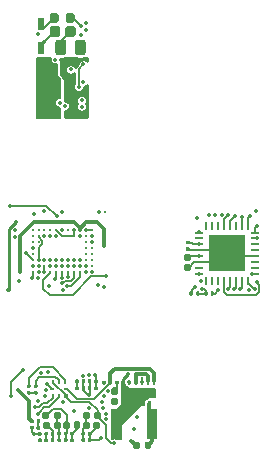
<source format=gbr>
G04 #@! TF.GenerationSoftware,KiCad,Pcbnew,(5.1.6)-1*
G04 #@! TF.CreationDate,2021-01-05T14:36:29-08:00*
G04 #@! TF.ProjectId,Miniscope-v4-Rigid-Flex,4d696e69-7363-46f7-9065-2d76342d5269,rev?*
G04 #@! TF.SameCoordinates,Original*
G04 #@! TF.FileFunction,Copper,L6,Bot*
G04 #@! TF.FilePolarity,Positive*
%FSLAX46Y46*%
G04 Gerber Fmt 4.6, Leading zero omitted, Abs format (unit mm)*
G04 Created by KiCad (PCBNEW (5.1.6)-1) date 2021-01-05 14:36:29*
%MOMM*%
%LPD*%
G01*
G04 APERTURE LIST*
G04 #@! TA.AperFunction,SMDPad,CuDef*
%ADD10R,0.450000X1.500000*%
G04 #@! TD*
G04 #@! TA.AperFunction,SMDPad,CuDef*
%ADD11R,0.870000X2.620000*%
G04 #@! TD*
G04 #@! TA.AperFunction,SMDPad,CuDef*
%ADD12R,0.270000X0.740000*%
G04 #@! TD*
G04 #@! TA.AperFunction,SMDPad,CuDef*
%ADD13R,0.270000X0.820000*%
G04 #@! TD*
G04 #@! TA.AperFunction,SMDPad,CuDef*
%ADD14R,0.220000X0.400000*%
G04 #@! TD*
G04 #@! TA.AperFunction,SMDPad,CuDef*
%ADD15R,0.320000X0.400000*%
G04 #@! TD*
G04 #@! TA.AperFunction,SMDPad,CuDef*
%ADD16R,0.400000X0.220000*%
G04 #@! TD*
G04 #@! TA.AperFunction,SMDPad,CuDef*
%ADD17C,0.250000*%
G04 #@! TD*
G04 #@! TA.AperFunction,SMDPad,CuDef*
%ADD18R,3.100000X3.100000*%
G04 #@! TD*
G04 #@! TA.AperFunction,SMDPad,CuDef*
%ADD19R,0.260000X0.680000*%
G04 #@! TD*
G04 #@! TA.AperFunction,SMDPad,CuDef*
%ADD20R,0.680000X0.260000*%
G04 #@! TD*
G04 #@! TA.AperFunction,SMDPad,CuDef*
%ADD21R,0.540000X1.060000*%
G04 #@! TD*
G04 #@! TA.AperFunction,ViaPad*
%ADD22C,0.350000*%
G04 #@! TD*
G04 #@! TA.AperFunction,ViaPad*
%ADD23C,0.300000*%
G04 #@! TD*
G04 #@! TA.AperFunction,Conductor*
%ADD24C,0.152400*%
G04 #@! TD*
G04 #@! TA.AperFunction,Conductor*
%ADD25C,0.304800*%
G04 #@! TD*
G04 #@! TA.AperFunction,Conductor*
%ADD26C,0.203200*%
G04 #@! TD*
G04 #@! TA.AperFunction,Conductor*
%ADD27C,0.254000*%
G04 #@! TD*
G04 #@! TA.AperFunction,Conductor*
%ADD28C,0.101600*%
G04 #@! TD*
G04 APERTURE END LIST*
D10*
X103400000Y-99750000D03*
X104100000Y-99750000D03*
G04 #@! TA.AperFunction,SMDPad,CuDef*
G36*
G01*
X114811200Y-116945500D02*
X114811200Y-117130500D01*
G75*
G02*
X114733700Y-117208000I-77500J0D01*
G01*
X114578700Y-117208000D01*
G75*
G02*
X114501200Y-117130500I0J77500D01*
G01*
X114501200Y-116945500D01*
G75*
G02*
X114578700Y-116868000I77500J0D01*
G01*
X114733700Y-116868000D01*
G75*
G02*
X114811200Y-116945500I0J-77500D01*
G01*
G37*
G04 #@! TD.AperFunction*
G04 #@! TA.AperFunction,SMDPad,CuDef*
G36*
G01*
X115361200Y-116945500D02*
X115361200Y-117130500D01*
G75*
G02*
X115283700Y-117208000I-77500J0D01*
G01*
X115128700Y-117208000D01*
G75*
G02*
X115051200Y-117130500I0J77500D01*
G01*
X115051200Y-116945500D01*
G75*
G02*
X115128700Y-116868000I77500J0D01*
G01*
X115283700Y-116868000D01*
G75*
G02*
X115361200Y-116945500I0J-77500D01*
G01*
G37*
G04 #@! TD.AperFunction*
G04 #@! TA.AperFunction,SMDPad,CuDef*
G36*
G01*
X116295800Y-117130500D02*
X116295800Y-116945500D01*
G75*
G02*
X116373300Y-116868000I77500J0D01*
G01*
X116528300Y-116868000D01*
G75*
G02*
X116605800Y-116945500I0J-77500D01*
G01*
X116605800Y-117130500D01*
G75*
G02*
X116528300Y-117208000I-77500J0D01*
G01*
X116373300Y-117208000D01*
G75*
G02*
X116295800Y-117130500I0J77500D01*
G01*
G37*
G04 #@! TD.AperFunction*
G04 #@! TA.AperFunction,SMDPad,CuDef*
G36*
G01*
X115745800Y-117130500D02*
X115745800Y-116945500D01*
G75*
G02*
X115823300Y-116868000I77500J0D01*
G01*
X115978300Y-116868000D01*
G75*
G02*
X116055800Y-116945500I0J-77500D01*
G01*
X116055800Y-117130500D01*
G75*
G02*
X115978300Y-117208000I-77500J0D01*
G01*
X115823300Y-117208000D01*
G75*
G02*
X115745800Y-117130500I0J77500D01*
G01*
G37*
G04 #@! TD.AperFunction*
G04 #@! TA.AperFunction,SMDPad,CuDef*
G36*
G01*
X101567800Y-128501700D02*
X101567800Y-128316700D01*
G75*
G02*
X101645300Y-128239200I77500J0D01*
G01*
X101800300Y-128239200D01*
G75*
G02*
X101877800Y-128316700I0J-77500D01*
G01*
X101877800Y-128501700D01*
G75*
G02*
X101800300Y-128579200I-77500J0D01*
G01*
X101645300Y-128579200D01*
G75*
G02*
X101567800Y-128501700I0J77500D01*
G01*
G37*
G04 #@! TD.AperFunction*
G04 #@! TA.AperFunction,SMDPad,CuDef*
G36*
G01*
X101017800Y-128501700D02*
X101017800Y-128316700D01*
G75*
G02*
X101095300Y-128239200I77500J0D01*
G01*
X101250300Y-128239200D01*
G75*
G02*
X101327800Y-128316700I0J-77500D01*
G01*
X101327800Y-128501700D01*
G75*
G02*
X101250300Y-128579200I-77500J0D01*
G01*
X101095300Y-128579200D01*
G75*
G02*
X101017800Y-128501700I0J77500D01*
G01*
G37*
G04 #@! TD.AperFunction*
G04 #@! TA.AperFunction,SMDPad,CuDef*
G36*
G01*
X102228200Y-129009700D02*
X102228200Y-128824700D01*
G75*
G02*
X102305700Y-128747200I77500J0D01*
G01*
X102460700Y-128747200D01*
G75*
G02*
X102538200Y-128824700I0J-77500D01*
G01*
X102538200Y-129009700D01*
G75*
G02*
X102460700Y-129087200I-77500J0D01*
G01*
X102305700Y-129087200D01*
G75*
G02*
X102228200Y-129009700I0J77500D01*
G01*
G37*
G04 #@! TD.AperFunction*
G04 #@! TA.AperFunction,SMDPad,CuDef*
G36*
G01*
X101678200Y-129009700D02*
X101678200Y-128824700D01*
G75*
G02*
X101755700Y-128747200I77500J0D01*
G01*
X101910700Y-128747200D01*
G75*
G02*
X101988200Y-128824700I0J-77500D01*
G01*
X101988200Y-129009700D01*
G75*
G02*
X101910700Y-129087200I-77500J0D01*
G01*
X101755700Y-129087200D01*
G75*
G02*
X101678200Y-129009700I0J77500D01*
G01*
G37*
G04 #@! TD.AperFunction*
G04 #@! TA.AperFunction,SMDPad,CuDef*
G36*
G01*
X101327800Y-127757900D02*
X101327800Y-127942900D01*
G75*
G02*
X101250300Y-128020400I-77500J0D01*
G01*
X101095300Y-128020400D01*
G75*
G02*
X101017800Y-127942900I0J77500D01*
G01*
X101017800Y-127757900D01*
G75*
G02*
X101095300Y-127680400I77500J0D01*
G01*
X101250300Y-127680400D01*
G75*
G02*
X101327800Y-127757900I0J-77500D01*
G01*
G37*
G04 #@! TD.AperFunction*
G04 #@! TA.AperFunction,SMDPad,CuDef*
G36*
G01*
X101877800Y-127757900D02*
X101877800Y-127942900D01*
G75*
G02*
X101800300Y-128020400I-77500J0D01*
G01*
X101645300Y-128020400D01*
G75*
G02*
X101567800Y-127942900I0J77500D01*
G01*
X101567800Y-127757900D01*
G75*
G02*
X101645300Y-127680400I77500J0D01*
G01*
X101800300Y-127680400D01*
G75*
G02*
X101877800Y-127757900I0J-77500D01*
G01*
G37*
G04 #@! TD.AperFunction*
G04 #@! TA.AperFunction,SMDPad,CuDef*
G36*
G01*
X110961800Y-126401500D02*
X110961800Y-126216500D01*
G75*
G02*
X111039300Y-126139000I77500J0D01*
G01*
X111194300Y-126139000D01*
G75*
G02*
X111271800Y-126216500I0J-77500D01*
G01*
X111271800Y-126401500D01*
G75*
G02*
X111194300Y-126479000I-77500J0D01*
G01*
X111039300Y-126479000D01*
G75*
G02*
X110961800Y-126401500I0J77500D01*
G01*
G37*
G04 #@! TD.AperFunction*
G04 #@! TA.AperFunction,SMDPad,CuDef*
G36*
G01*
X110411800Y-126401500D02*
X110411800Y-126216500D01*
G75*
G02*
X110489300Y-126139000I77500J0D01*
G01*
X110644300Y-126139000D01*
G75*
G02*
X110721800Y-126216500I0J-77500D01*
G01*
X110721800Y-126401500D01*
G75*
G02*
X110644300Y-126479000I-77500J0D01*
G01*
X110489300Y-126479000D01*
G75*
G02*
X110411800Y-126401500I0J77500D01*
G01*
G37*
G04 #@! TD.AperFunction*
G04 #@! TA.AperFunction,SMDPad,CuDef*
G36*
G01*
X107423800Y-124481300D02*
X107423800Y-124666300D01*
G75*
G02*
X107346300Y-124743800I-77500J0D01*
G01*
X107191300Y-124743800D01*
G75*
G02*
X107113800Y-124666300I0J77500D01*
G01*
X107113800Y-124481300D01*
G75*
G02*
X107191300Y-124403800I77500J0D01*
G01*
X107346300Y-124403800D01*
G75*
G02*
X107423800Y-124481300I0J-77500D01*
G01*
G37*
G04 #@! TD.AperFunction*
G04 #@! TA.AperFunction,SMDPad,CuDef*
G36*
G01*
X107973800Y-124481300D02*
X107973800Y-124666300D01*
G75*
G02*
X107896300Y-124743800I-77500J0D01*
G01*
X107741300Y-124743800D01*
G75*
G02*
X107663800Y-124666300I0J77500D01*
G01*
X107663800Y-124481300D01*
G75*
G02*
X107741300Y-124403800I77500J0D01*
G01*
X107896300Y-124403800D01*
G75*
G02*
X107973800Y-124481300I0J-77500D01*
G01*
G37*
G04 #@! TD.AperFunction*
D11*
X108330200Y-128061600D03*
X111380200Y-128061600D03*
G04 #@! TA.AperFunction,SMDPad,CuDef*
G36*
G01*
X106438400Y-127540300D02*
X106438400Y-127195300D01*
G75*
G02*
X106585900Y-127047800I147500J0D01*
G01*
X106880900Y-127047800D01*
G75*
G02*
X107028400Y-127195300I0J-147500D01*
G01*
X107028400Y-127540300D01*
G75*
G02*
X106880900Y-127687800I-147500J0D01*
G01*
X106585900Y-127687800D01*
G75*
G02*
X106438400Y-127540300I0J147500D01*
G01*
G37*
G04 #@! TD.AperFunction*
G04 #@! TA.AperFunction,SMDPad,CuDef*
G36*
G01*
X105468400Y-127540300D02*
X105468400Y-127195300D01*
G75*
G02*
X105615900Y-127047800I147500J0D01*
G01*
X105910900Y-127047800D01*
G75*
G02*
X106058400Y-127195300I0J-147500D01*
G01*
X106058400Y-127540300D01*
G75*
G02*
X105910900Y-127687800I-147500J0D01*
G01*
X105615900Y-127687800D01*
G75*
G02*
X105468400Y-127540300I0J147500D01*
G01*
G37*
G04 #@! TD.AperFunction*
G04 #@! TA.AperFunction,SMDPad,CuDef*
G36*
G01*
X102629400Y-127195300D02*
X102629400Y-127540300D01*
G75*
G02*
X102481900Y-127687800I-147500J0D01*
G01*
X102186900Y-127687800D01*
G75*
G02*
X102039400Y-127540300I0J147500D01*
G01*
X102039400Y-127195300D01*
G75*
G02*
X102186900Y-127047800I147500J0D01*
G01*
X102481900Y-127047800D01*
G75*
G02*
X102629400Y-127195300I0J-147500D01*
G01*
G37*
G04 #@! TD.AperFunction*
G04 #@! TA.AperFunction,SMDPad,CuDef*
G36*
G01*
X103599400Y-127195300D02*
X103599400Y-127540300D01*
G75*
G02*
X103451900Y-127687800I-147500J0D01*
G01*
X103156900Y-127687800D01*
G75*
G02*
X103009400Y-127540300I0J147500D01*
G01*
X103009400Y-127195300D01*
G75*
G02*
X103156900Y-127047800I147500J0D01*
G01*
X103451900Y-127047800D01*
G75*
G02*
X103599400Y-127195300I0J-147500D01*
G01*
G37*
G04 #@! TD.AperFunction*
D12*
X111523600Y-124475600D03*
X111023600Y-124475600D03*
X110523600Y-124475600D03*
X110523600Y-125535600D03*
X111023600Y-125535600D03*
D13*
X111523600Y-125495600D03*
G04 #@! TA.AperFunction,SMDPad,CuDef*
G36*
G01*
X106204600Y-124963900D02*
X106204600Y-125148900D01*
G75*
G02*
X106127100Y-125226400I-77500J0D01*
G01*
X105972100Y-125226400D01*
G75*
G02*
X105894600Y-125148900I0J77500D01*
G01*
X105894600Y-124963900D01*
G75*
G02*
X105972100Y-124886400I77500J0D01*
G01*
X106127100Y-124886400D01*
G75*
G02*
X106204600Y-124963900I0J-77500D01*
G01*
G37*
G04 #@! TD.AperFunction*
G04 #@! TA.AperFunction,SMDPad,CuDef*
G36*
G01*
X106754600Y-124963900D02*
X106754600Y-125148900D01*
G75*
G02*
X106677100Y-125226400I-77500J0D01*
G01*
X106522100Y-125226400D01*
G75*
G02*
X106444600Y-125148900I0J77500D01*
G01*
X106444600Y-124963900D01*
G75*
G02*
X106522100Y-124886400I77500J0D01*
G01*
X106677100Y-124886400D01*
G75*
G02*
X106754600Y-124963900I0J-77500D01*
G01*
G37*
G04 #@! TD.AperFunction*
G04 #@! TA.AperFunction,SMDPad,CuDef*
G36*
G01*
X105911200Y-129543100D02*
X105911200Y-129358100D01*
G75*
G02*
X105988700Y-129280600I77500J0D01*
G01*
X106143700Y-129280600D01*
G75*
G02*
X106221200Y-129358100I0J-77500D01*
G01*
X106221200Y-129543100D01*
G75*
G02*
X106143700Y-129620600I-77500J0D01*
G01*
X105988700Y-129620600D01*
G75*
G02*
X105911200Y-129543100I0J77500D01*
G01*
G37*
G04 #@! TD.AperFunction*
G04 #@! TA.AperFunction,SMDPad,CuDef*
G36*
G01*
X105361200Y-129543100D02*
X105361200Y-129358100D01*
G75*
G02*
X105438700Y-129280600I77500J0D01*
G01*
X105593700Y-129280600D01*
G75*
G02*
X105671200Y-129358100I0J-77500D01*
G01*
X105671200Y-129543100D01*
G75*
G02*
X105593700Y-129620600I-77500J0D01*
G01*
X105438700Y-129620600D01*
G75*
G02*
X105361200Y-129543100I0J77500D01*
G01*
G37*
G04 #@! TD.AperFunction*
G04 #@! TA.AperFunction,SMDPad,CuDef*
G36*
G01*
X105377800Y-124564700D02*
X105377800Y-124379700D01*
G75*
G02*
X105455300Y-124302200I77500J0D01*
G01*
X105610300Y-124302200D01*
G75*
G02*
X105687800Y-124379700I0J-77500D01*
G01*
X105687800Y-124564700D01*
G75*
G02*
X105610300Y-124642200I-77500J0D01*
G01*
X105455300Y-124642200D01*
G75*
G02*
X105377800Y-124564700I0J77500D01*
G01*
G37*
G04 #@! TD.AperFunction*
G04 #@! TA.AperFunction,SMDPad,CuDef*
G36*
G01*
X104827800Y-124564700D02*
X104827800Y-124379700D01*
G75*
G02*
X104905300Y-124302200I77500J0D01*
G01*
X105060300Y-124302200D01*
G75*
G02*
X105137800Y-124379700I0J-77500D01*
G01*
X105137800Y-124564700D01*
G75*
G02*
X105060300Y-124642200I-77500J0D01*
G01*
X104905300Y-124642200D01*
G75*
G02*
X104827800Y-124564700I0J77500D01*
G01*
G37*
G04 #@! TD.AperFunction*
G04 #@! TA.AperFunction,SMDPad,CuDef*
G36*
G01*
X110705600Y-130062900D02*
X110705600Y-129717900D01*
G75*
G02*
X110853100Y-129570400I147500J0D01*
G01*
X111148100Y-129570400D01*
G75*
G02*
X111295600Y-129717900I0J-147500D01*
G01*
X111295600Y-130062900D01*
G75*
G02*
X111148100Y-130210400I-147500J0D01*
G01*
X110853100Y-130210400D01*
G75*
G02*
X110705600Y-130062900I0J147500D01*
G01*
G37*
G04 #@! TD.AperFunction*
G04 #@! TA.AperFunction,SMDPad,CuDef*
G36*
G01*
X109735600Y-130062900D02*
X109735600Y-129717900D01*
G75*
G02*
X109883100Y-129570400I147500J0D01*
G01*
X110178100Y-129570400D01*
G75*
G02*
X110325600Y-129717900I0J-147500D01*
G01*
X110325600Y-130062900D01*
G75*
G02*
X110178100Y-130210400I-147500J0D01*
G01*
X109883100Y-130210400D01*
G75*
G02*
X109735600Y-130062900I0J147500D01*
G01*
G37*
G04 #@! TD.AperFunction*
G04 #@! TA.AperFunction,SMDPad,CuDef*
G36*
G01*
X105377800Y-125148900D02*
X105377800Y-124963900D01*
G75*
G02*
X105455300Y-124886400I77500J0D01*
G01*
X105610300Y-124886400D01*
G75*
G02*
X105687800Y-124963900I0J-77500D01*
G01*
X105687800Y-125148900D01*
G75*
G02*
X105610300Y-125226400I-77500J0D01*
G01*
X105455300Y-125226400D01*
G75*
G02*
X105377800Y-125148900I0J77500D01*
G01*
G37*
G04 #@! TD.AperFunction*
G04 #@! TA.AperFunction,SMDPad,CuDef*
G36*
G01*
X104827800Y-125148900D02*
X104827800Y-124963900D01*
G75*
G02*
X104905300Y-124886400I77500J0D01*
G01*
X105060300Y-124886400D01*
G75*
G02*
X105137800Y-124963900I0J-77500D01*
G01*
X105137800Y-125148900D01*
G75*
G02*
X105060300Y-125226400I-77500J0D01*
G01*
X104905300Y-125226400D01*
G75*
G02*
X104827800Y-125148900I0J77500D01*
G01*
G37*
G04 #@! TD.AperFunction*
G04 #@! TA.AperFunction,SMDPad,CuDef*
G36*
G01*
X106204600Y-124379700D02*
X106204600Y-124564700D01*
G75*
G02*
X106127100Y-124642200I-77500J0D01*
G01*
X105972100Y-124642200D01*
G75*
G02*
X105894600Y-124564700I0J77500D01*
G01*
X105894600Y-124379700D01*
G75*
G02*
X105972100Y-124302200I77500J0D01*
G01*
X106127100Y-124302200D01*
G75*
G02*
X106204600Y-124379700I0J-77500D01*
G01*
G37*
G04 #@! TD.AperFunction*
G04 #@! TA.AperFunction,SMDPad,CuDef*
G36*
G01*
X106754600Y-124379700D02*
X106754600Y-124564700D01*
G75*
G02*
X106677100Y-124642200I-77500J0D01*
G01*
X106522100Y-124642200D01*
G75*
G02*
X106444600Y-124564700I0J77500D01*
G01*
X106444600Y-124379700D01*
G75*
G02*
X106522100Y-124302200I77500J0D01*
G01*
X106677100Y-124302200D01*
G75*
G02*
X106754600Y-124379700I0J-77500D01*
G01*
G37*
G04 #@! TD.AperFunction*
G04 #@! TA.AperFunction,SMDPad,CuDef*
G36*
G01*
X101402100Y-124736000D02*
X101587100Y-124736000D01*
G75*
G02*
X101664600Y-124813500I0J-77500D01*
G01*
X101664600Y-124968500D01*
G75*
G02*
X101587100Y-125046000I-77500J0D01*
G01*
X101402100Y-125046000D01*
G75*
G02*
X101324600Y-124968500I0J77500D01*
G01*
X101324600Y-124813500D01*
G75*
G02*
X101402100Y-124736000I77500J0D01*
G01*
G37*
G04 #@! TD.AperFunction*
G04 #@! TA.AperFunction,SMDPad,CuDef*
G36*
G01*
X101402100Y-125286000D02*
X101587100Y-125286000D01*
G75*
G02*
X101664600Y-125363500I0J-77500D01*
G01*
X101664600Y-125518500D01*
G75*
G02*
X101587100Y-125596000I-77500J0D01*
G01*
X101402100Y-125596000D01*
G75*
G02*
X101324600Y-125518500I0J77500D01*
G01*
X101324600Y-125363500D01*
G75*
G02*
X101402100Y-125286000I77500J0D01*
G01*
G37*
G04 #@! TD.AperFunction*
D14*
X102975800Y-124531000D03*
X103475800Y-124531000D03*
X103975800Y-124531000D03*
D15*
X104025800Y-125731000D03*
D14*
X102975800Y-125731000D03*
X103475800Y-125731000D03*
D16*
X102875800Y-125131000D03*
X104075800Y-125131000D03*
G04 #@! TA.AperFunction,SMDPad,CuDef*
G36*
G01*
X100817900Y-124736000D02*
X101002900Y-124736000D01*
G75*
G02*
X101080400Y-124813500I0J-77500D01*
G01*
X101080400Y-124968500D01*
G75*
G02*
X101002900Y-125046000I-77500J0D01*
G01*
X100817900Y-125046000D01*
G75*
G02*
X100740400Y-124968500I0J77500D01*
G01*
X100740400Y-124813500D01*
G75*
G02*
X100817900Y-124736000I77500J0D01*
G01*
G37*
G04 #@! TD.AperFunction*
G04 #@! TA.AperFunction,SMDPad,CuDef*
G36*
G01*
X100817900Y-125286000D02*
X101002900Y-125286000D01*
G75*
G02*
X101080400Y-125363500I0J-77500D01*
G01*
X101080400Y-125518500D01*
G75*
G02*
X101002900Y-125596000I-77500J0D01*
G01*
X100817900Y-125596000D01*
G75*
G02*
X100740400Y-125518500I0J77500D01*
G01*
X100740400Y-125363500D01*
G75*
G02*
X100817900Y-125286000I77500J0D01*
G01*
G37*
G04 #@! TD.AperFunction*
G04 #@! TA.AperFunction,SMDPad,CuDef*
G36*
G01*
X114279900Y-113110000D02*
X114464900Y-113110000D01*
G75*
G02*
X114542400Y-113187500I0J-77500D01*
G01*
X114542400Y-113342500D01*
G75*
G02*
X114464900Y-113420000I-77500J0D01*
G01*
X114279900Y-113420000D01*
G75*
G02*
X114202400Y-113342500I0J77500D01*
G01*
X114202400Y-113187500D01*
G75*
G02*
X114279900Y-113110000I77500J0D01*
G01*
G37*
G04 #@! TD.AperFunction*
G04 #@! TA.AperFunction,SMDPad,CuDef*
G36*
G01*
X114279900Y-112560000D02*
X114464900Y-112560000D01*
G75*
G02*
X114542400Y-112637500I0J-77500D01*
G01*
X114542400Y-112792500D01*
G75*
G02*
X114464900Y-112870000I-77500J0D01*
G01*
X114279900Y-112870000D01*
G75*
G02*
X114202400Y-112792500I0J77500D01*
G01*
X114202400Y-112637500D01*
G75*
G02*
X114279900Y-112560000I77500J0D01*
G01*
G37*
G04 #@! TD.AperFunction*
G04 #@! TA.AperFunction,SMDPad,CuDef*
G36*
G01*
X114187400Y-114570200D02*
X114527400Y-114570200D01*
G75*
G02*
X114672400Y-114715200I0J-145000D01*
G01*
X114672400Y-115005200D01*
G75*
G02*
X114527400Y-115150200I-145000J0D01*
G01*
X114187400Y-115150200D01*
G75*
G02*
X114042400Y-115005200I0J145000D01*
G01*
X114042400Y-114715200D01*
G75*
G02*
X114187400Y-114570200I145000J0D01*
G01*
G37*
G04 #@! TD.AperFunction*
G04 #@! TA.AperFunction,SMDPad,CuDef*
G36*
G01*
X114187400Y-113680200D02*
X114527400Y-113680200D01*
G75*
G02*
X114672400Y-113825200I0J-145000D01*
G01*
X114672400Y-114115200D01*
G75*
G02*
X114527400Y-114260200I-145000J0D01*
G01*
X114187400Y-114260200D01*
G75*
G02*
X114042400Y-114115200I0J145000D01*
G01*
X114042400Y-113825200D01*
G75*
G02*
X114187400Y-113680200I145000J0D01*
G01*
G37*
G04 #@! TD.AperFunction*
D17*
X106234400Y-111680800D03*
X105734400Y-111680800D03*
X105234400Y-111680800D03*
X104734400Y-111680800D03*
X104234400Y-111680800D03*
X103734400Y-111680800D03*
X103234400Y-111680800D03*
X102734400Y-111680800D03*
X102234400Y-111680800D03*
X101734400Y-111680800D03*
X101234400Y-111680800D03*
X106234400Y-112180800D03*
X105734400Y-112180800D03*
X105234400Y-112180800D03*
X104734400Y-112180800D03*
X104234400Y-112180800D03*
X103734400Y-112180800D03*
X103234400Y-112180800D03*
X102734400Y-112180800D03*
X102234400Y-112180800D03*
X101734400Y-112180800D03*
X101234400Y-112180800D03*
X106234400Y-112680800D03*
X105734400Y-112680800D03*
X101734400Y-112680800D03*
X101234400Y-112680800D03*
X106234400Y-113180800D03*
X105734400Y-113180800D03*
X101734400Y-113180800D03*
X101234400Y-113180800D03*
X106234400Y-113680800D03*
X105734400Y-113680800D03*
X101734400Y-113680800D03*
X101234400Y-113680800D03*
X106234400Y-114180800D03*
X105734400Y-114180800D03*
X105234400Y-114180800D03*
X104734400Y-114180800D03*
X104234400Y-114180800D03*
X103734400Y-114180800D03*
X103234400Y-114180800D03*
X102734400Y-114180800D03*
X102234400Y-114180800D03*
X101734400Y-114180800D03*
X101234400Y-114180800D03*
X106234400Y-114680800D03*
X105734400Y-114680800D03*
X105234400Y-114680800D03*
X104734400Y-114680800D03*
X104234400Y-114680800D03*
X103734400Y-114680800D03*
X103234400Y-114680800D03*
X102734400Y-114680800D03*
X102234400Y-114680800D03*
X101734400Y-114680800D03*
X101234400Y-114680800D03*
X106234400Y-115180800D03*
X105734400Y-115180800D03*
X105234400Y-115180800D03*
X104734400Y-115180800D03*
X104234400Y-115180800D03*
X103734400Y-115180800D03*
X103234400Y-115180800D03*
X102734400Y-115180800D03*
X102234400Y-115180800D03*
X101734400Y-115180800D03*
X101234400Y-115180800D03*
D18*
X117684800Y-113627800D03*
D19*
X115934800Y-115962800D03*
X116434800Y-115962800D03*
X116934800Y-115962800D03*
X117434800Y-115962800D03*
X117934800Y-115962800D03*
X118434800Y-115962800D03*
X118934800Y-115962800D03*
X119434800Y-115962800D03*
D20*
X120019800Y-115377800D03*
X120019800Y-114877800D03*
X120019800Y-114377800D03*
X120019800Y-113877800D03*
X120019800Y-113377800D03*
X120019800Y-112877800D03*
X120019800Y-112377800D03*
X120019800Y-111877800D03*
D19*
X119434800Y-111292800D03*
X118934800Y-111292800D03*
X118434800Y-111292800D03*
X117934800Y-111292800D03*
X117434800Y-111292800D03*
X116934800Y-111292800D03*
X116434800Y-111292800D03*
X115934800Y-111292800D03*
D20*
X115349800Y-111877800D03*
X115349800Y-112377800D03*
X115349800Y-112877800D03*
X115349800Y-113377800D03*
X115349800Y-113877800D03*
X115349800Y-114377800D03*
X115349800Y-114877800D03*
X115349800Y-115377800D03*
G04 #@! TA.AperFunction,SMDPad,CuDef*
G36*
G01*
X102715200Y-128036000D02*
X102715200Y-128376000D01*
G75*
G02*
X102570200Y-128521000I-145000J0D01*
G01*
X102280200Y-128521000D01*
G75*
G02*
X102135200Y-128376000I0J145000D01*
G01*
X102135200Y-128036000D01*
G75*
G02*
X102280200Y-127891000I145000J0D01*
G01*
X102570200Y-127891000D01*
G75*
G02*
X102715200Y-128036000I0J-145000D01*
G01*
G37*
G04 #@! TD.AperFunction*
G04 #@! TA.AperFunction,SMDPad,CuDef*
G36*
G01*
X103605200Y-128036000D02*
X103605200Y-128376000D01*
G75*
G02*
X103460200Y-128521000I-145000J0D01*
G01*
X103170200Y-128521000D01*
G75*
G02*
X103025200Y-128376000I0J145000D01*
G01*
X103025200Y-128036000D01*
G75*
G02*
X103170200Y-127891000I145000J0D01*
G01*
X103460200Y-127891000D01*
G75*
G02*
X103605200Y-128036000I0J-145000D01*
G01*
G37*
G04 #@! TD.AperFunction*
G04 #@! TA.AperFunction,SMDPad,CuDef*
G36*
G01*
X104412600Y-128984300D02*
X104412600Y-128799300D01*
G75*
G02*
X104490100Y-128721800I77500J0D01*
G01*
X104645100Y-128721800D01*
G75*
G02*
X104722600Y-128799300I0J-77500D01*
G01*
X104722600Y-128984300D01*
G75*
G02*
X104645100Y-129061800I-77500J0D01*
G01*
X104490100Y-129061800D01*
G75*
G02*
X104412600Y-128984300I0J77500D01*
G01*
G37*
G04 #@! TD.AperFunction*
G04 #@! TA.AperFunction,SMDPad,CuDef*
G36*
G01*
X103862600Y-128984300D02*
X103862600Y-128799300D01*
G75*
G02*
X103940100Y-128721800I77500J0D01*
G01*
X104095100Y-128721800D01*
G75*
G02*
X104172600Y-128799300I0J-77500D01*
G01*
X104172600Y-128984300D01*
G75*
G02*
X104095100Y-129061800I-77500J0D01*
G01*
X103940100Y-129061800D01*
G75*
G02*
X103862600Y-128984300I0J77500D01*
G01*
G37*
G04 #@! TD.AperFunction*
G04 #@! TA.AperFunction,SMDPad,CuDef*
G36*
G01*
X104412600Y-129543100D02*
X104412600Y-129358100D01*
G75*
G02*
X104490100Y-129280600I77500J0D01*
G01*
X104645100Y-129280600D01*
G75*
G02*
X104722600Y-129358100I0J-77500D01*
G01*
X104722600Y-129543100D01*
G75*
G02*
X104645100Y-129620600I-77500J0D01*
G01*
X104490100Y-129620600D01*
G75*
G02*
X104412600Y-129543100I0J77500D01*
G01*
G37*
G04 #@! TD.AperFunction*
G04 #@! TA.AperFunction,SMDPad,CuDef*
G36*
G01*
X103862600Y-129543100D02*
X103862600Y-129358100D01*
G75*
G02*
X103940100Y-129280600I77500J0D01*
G01*
X104095100Y-129280600D01*
G75*
G02*
X104172600Y-129358100I0J-77500D01*
G01*
X104172600Y-129543100D01*
G75*
G02*
X104095100Y-129620600I-77500J0D01*
G01*
X103940100Y-129620600D01*
G75*
G02*
X103862600Y-129543100I0J77500D01*
G01*
G37*
G04 #@! TD.AperFunction*
G04 #@! TA.AperFunction,SMDPad,CuDef*
G36*
G01*
X103080400Y-128824700D02*
X103080400Y-129009700D01*
G75*
G02*
X103002900Y-129087200I-77500J0D01*
G01*
X102847900Y-129087200D01*
G75*
G02*
X102770400Y-129009700I0J77500D01*
G01*
X102770400Y-128824700D01*
G75*
G02*
X102847900Y-128747200I77500J0D01*
G01*
X103002900Y-128747200D01*
G75*
G02*
X103080400Y-128824700I0J-77500D01*
G01*
G37*
G04 #@! TD.AperFunction*
G04 #@! TA.AperFunction,SMDPad,CuDef*
G36*
G01*
X103630400Y-128824700D02*
X103630400Y-129009700D01*
G75*
G02*
X103552900Y-129087200I-77500J0D01*
G01*
X103397900Y-129087200D01*
G75*
G02*
X103320400Y-129009700I0J77500D01*
G01*
X103320400Y-128824700D01*
G75*
G02*
X103397900Y-128747200I77500J0D01*
G01*
X103552900Y-128747200D01*
G75*
G02*
X103630400Y-128824700I0J-77500D01*
G01*
G37*
G04 #@! TD.AperFunction*
G04 #@! TA.AperFunction,SMDPad,CuDef*
G36*
G01*
X103080400Y-129358100D02*
X103080400Y-129543100D01*
G75*
G02*
X103002900Y-129620600I-77500J0D01*
G01*
X102847900Y-129620600D01*
G75*
G02*
X102770400Y-129543100I0J77500D01*
G01*
X102770400Y-129358100D01*
G75*
G02*
X102847900Y-129280600I77500J0D01*
G01*
X103002900Y-129280600D01*
G75*
G02*
X103080400Y-129358100I0J-77500D01*
G01*
G37*
G04 #@! TD.AperFunction*
G04 #@! TA.AperFunction,SMDPad,CuDef*
G36*
G01*
X103630400Y-129358100D02*
X103630400Y-129543100D01*
G75*
G02*
X103552900Y-129620600I-77500J0D01*
G01*
X103397900Y-129620600D01*
G75*
G02*
X103320400Y-129543100I0J77500D01*
G01*
X103320400Y-129358100D01*
G75*
G02*
X103397900Y-129280600I77500J0D01*
G01*
X103552900Y-129280600D01*
G75*
G02*
X103630400Y-129358100I0J-77500D01*
G01*
G37*
G04 #@! TD.AperFunction*
G04 #@! TA.AperFunction,SMDPad,CuDef*
G36*
G01*
X108455600Y-126004000D02*
X108455600Y-126344000D01*
G75*
G02*
X108310600Y-126489000I-145000J0D01*
G01*
X108020600Y-126489000D01*
G75*
G02*
X107875600Y-126344000I0J145000D01*
G01*
X107875600Y-126004000D01*
G75*
G02*
X108020600Y-125859000I145000J0D01*
G01*
X108310600Y-125859000D01*
G75*
G02*
X108455600Y-126004000I0J-145000D01*
G01*
G37*
G04 #@! TD.AperFunction*
G04 #@! TA.AperFunction,SMDPad,CuDef*
G36*
G01*
X109345600Y-126004000D02*
X109345600Y-126344000D01*
G75*
G02*
X109200600Y-126489000I-145000J0D01*
G01*
X108910600Y-126489000D01*
G75*
G02*
X108765600Y-126344000I0J145000D01*
G01*
X108765600Y-126004000D01*
G75*
G02*
X108910600Y-125859000I145000J0D01*
G01*
X109200600Y-125859000D01*
G75*
G02*
X109345600Y-126004000I0J-145000D01*
G01*
G37*
G04 #@! TD.AperFunction*
G04 #@! TA.AperFunction,SMDPad,CuDef*
G36*
G01*
X108455600Y-125140400D02*
X108455600Y-125480400D01*
G75*
G02*
X108310600Y-125625400I-145000J0D01*
G01*
X108020600Y-125625400D01*
G75*
G02*
X107875600Y-125480400I0J145000D01*
G01*
X107875600Y-125140400D01*
G75*
G02*
X108020600Y-124995400I145000J0D01*
G01*
X108310600Y-124995400D01*
G75*
G02*
X108455600Y-125140400I0J-145000D01*
G01*
G37*
G04 #@! TD.AperFunction*
G04 #@! TA.AperFunction,SMDPad,CuDef*
G36*
G01*
X109345600Y-125140400D02*
X109345600Y-125480400D01*
G75*
G02*
X109200600Y-125625400I-145000J0D01*
G01*
X108910600Y-125625400D01*
G75*
G02*
X108765600Y-125480400I0J145000D01*
G01*
X108765600Y-125140400D01*
G75*
G02*
X108910600Y-124995400I145000J0D01*
G01*
X109200600Y-124995400D01*
G75*
G02*
X109345600Y-125140400I0J-145000D01*
G01*
G37*
G04 #@! TD.AperFunction*
G04 #@! TA.AperFunction,SMDPad,CuDef*
G36*
G01*
X106378000Y-128376000D02*
X106378000Y-128036000D01*
G75*
G02*
X106523000Y-127891000I145000J0D01*
G01*
X106813000Y-127891000D01*
G75*
G02*
X106958000Y-128036000I0J-145000D01*
G01*
X106958000Y-128376000D01*
G75*
G02*
X106813000Y-128521000I-145000J0D01*
G01*
X106523000Y-128521000D01*
G75*
G02*
X106378000Y-128376000I0J145000D01*
G01*
G37*
G04 #@! TD.AperFunction*
G04 #@! TA.AperFunction,SMDPad,CuDef*
G36*
G01*
X105488000Y-128376000D02*
X105488000Y-128036000D01*
G75*
G02*
X105633000Y-127891000I145000J0D01*
G01*
X105923000Y-127891000D01*
G75*
G02*
X106068000Y-128036000I0J-145000D01*
G01*
X106068000Y-128376000D01*
G75*
G02*
X105923000Y-128521000I-145000J0D01*
G01*
X105633000Y-128521000D01*
G75*
G02*
X105488000Y-128376000I0J145000D01*
G01*
G37*
G04 #@! TD.AperFunction*
G04 #@! TA.AperFunction,SMDPad,CuDef*
G36*
G01*
X108516000Y-124481300D02*
X108516000Y-124666300D01*
G75*
G02*
X108438500Y-124743800I-77500J0D01*
G01*
X108283500Y-124743800D01*
G75*
G02*
X108206000Y-124666300I0J77500D01*
G01*
X108206000Y-124481300D01*
G75*
G02*
X108283500Y-124403800I77500J0D01*
G01*
X108438500Y-124403800D01*
G75*
G02*
X108516000Y-124481300I0J-77500D01*
G01*
G37*
G04 #@! TD.AperFunction*
G04 #@! TA.AperFunction,SMDPad,CuDef*
G36*
G01*
X109066000Y-124481300D02*
X109066000Y-124666300D01*
G75*
G02*
X108988500Y-124743800I-77500J0D01*
G01*
X108833500Y-124743800D01*
G75*
G02*
X108756000Y-124666300I0J77500D01*
G01*
X108756000Y-124481300D01*
G75*
G02*
X108833500Y-124403800I77500J0D01*
G01*
X108988500Y-124403800D01*
G75*
G02*
X109066000Y-124481300I0J-77500D01*
G01*
G37*
G04 #@! TD.AperFunction*
G04 #@! TA.AperFunction,SMDPad,CuDef*
G36*
G01*
X104701600Y-128350600D02*
X104701600Y-128010600D01*
G75*
G02*
X104846600Y-127865600I145000J0D01*
G01*
X105136600Y-127865600D01*
G75*
G02*
X105281600Y-128010600I0J-145000D01*
G01*
X105281600Y-128350600D01*
G75*
G02*
X105136600Y-128495600I-145000J0D01*
G01*
X104846600Y-128495600D01*
G75*
G02*
X104701600Y-128350600I0J145000D01*
G01*
G37*
G04 #@! TD.AperFunction*
G04 #@! TA.AperFunction,SMDPad,CuDef*
G36*
G01*
X103811600Y-128350600D02*
X103811600Y-128010600D01*
G75*
G02*
X103956600Y-127865600I145000J0D01*
G01*
X104246600Y-127865600D01*
G75*
G02*
X104391600Y-128010600I0J-145000D01*
G01*
X104391600Y-128350600D01*
G75*
G02*
X104246600Y-128495600I-145000J0D01*
G01*
X103956600Y-128495600D01*
G75*
G02*
X103811600Y-128350600I0J145000D01*
G01*
G37*
G04 #@! TD.AperFunction*
G04 #@! TA.AperFunction,SMDPad,CuDef*
G36*
G01*
X105911200Y-129009700D02*
X105911200Y-128824700D01*
G75*
G02*
X105988700Y-128747200I77500J0D01*
G01*
X106143700Y-128747200D01*
G75*
G02*
X106221200Y-128824700I0J-77500D01*
G01*
X106221200Y-129009700D01*
G75*
G02*
X106143700Y-129087200I-77500J0D01*
G01*
X105988700Y-129087200D01*
G75*
G02*
X105911200Y-129009700I0J77500D01*
G01*
G37*
G04 #@! TD.AperFunction*
G04 #@! TA.AperFunction,SMDPad,CuDef*
G36*
G01*
X105361200Y-129009700D02*
X105361200Y-128824700D01*
G75*
G02*
X105438700Y-128747200I77500J0D01*
G01*
X105593700Y-128747200D01*
G75*
G02*
X105671200Y-128824700I0J-77500D01*
G01*
X105671200Y-129009700D01*
G75*
G02*
X105593700Y-129087200I-77500J0D01*
G01*
X105438700Y-129087200D01*
G75*
G02*
X105361200Y-129009700I0J77500D01*
G01*
G37*
G04 #@! TD.AperFunction*
G04 #@! TA.AperFunction,SMDPad,CuDef*
G36*
G01*
X109582800Y-124481300D02*
X109582800Y-124666300D01*
G75*
G02*
X109505300Y-124743800I-77500J0D01*
G01*
X109350300Y-124743800D01*
G75*
G02*
X109272800Y-124666300I0J77500D01*
G01*
X109272800Y-124481300D01*
G75*
G02*
X109350300Y-124403800I77500J0D01*
G01*
X109505300Y-124403800D01*
G75*
G02*
X109582800Y-124481300I0J-77500D01*
G01*
G37*
G04 #@! TD.AperFunction*
G04 #@! TA.AperFunction,SMDPad,CuDef*
G36*
G01*
X110132800Y-124481300D02*
X110132800Y-124666300D01*
G75*
G02*
X110055300Y-124743800I-77500J0D01*
G01*
X109900300Y-124743800D01*
G75*
G02*
X109822800Y-124666300I0J77500D01*
G01*
X109822800Y-124481300D01*
G75*
G02*
X109900300Y-124403800I77500J0D01*
G01*
X110055300Y-124403800D01*
G75*
G02*
X110132800Y-124481300I0J-77500D01*
G01*
G37*
G04 #@! TD.AperFunction*
G04 #@! TA.AperFunction,SMDPad,CuDef*
G36*
G01*
X101988200Y-129383500D02*
X101988200Y-129568500D01*
G75*
G02*
X101910700Y-129646000I-77500J0D01*
G01*
X101755700Y-129646000D01*
G75*
G02*
X101678200Y-129568500I0J77500D01*
G01*
X101678200Y-129383500D01*
G75*
G02*
X101755700Y-129306000I77500J0D01*
G01*
X101910700Y-129306000D01*
G75*
G02*
X101988200Y-129383500I0J-77500D01*
G01*
G37*
G04 #@! TD.AperFunction*
G04 #@! TA.AperFunction,SMDPad,CuDef*
G36*
G01*
X102538200Y-129383500D02*
X102538200Y-129568500D01*
G75*
G02*
X102460700Y-129646000I-77500J0D01*
G01*
X102305700Y-129646000D01*
G75*
G02*
X102228200Y-129568500I0J77500D01*
G01*
X102228200Y-129383500D01*
G75*
G02*
X102305700Y-129306000I77500J0D01*
G01*
X102460700Y-129306000D01*
G75*
G02*
X102538200Y-129383500I0J-77500D01*
G01*
G37*
G04 #@! TD.AperFunction*
G04 #@! TA.AperFunction,SMDPad,CuDef*
G36*
G01*
X104803200Y-96628100D02*
X104803200Y-95773100D01*
G75*
G02*
X105035700Y-95540600I232500J0D01*
G01*
X105500700Y-95540600D01*
G75*
G02*
X105733200Y-95773100I0J-232500D01*
G01*
X105733200Y-96628100D01*
G75*
G02*
X105500700Y-96860600I-232500J0D01*
G01*
X105035700Y-96860600D01*
G75*
G02*
X104803200Y-96628100I0J232500D01*
G01*
G37*
G04 #@! TD.AperFunction*
G04 #@! TA.AperFunction,SMDPad,CuDef*
G36*
G01*
X103163200Y-96628100D02*
X103163200Y-95773100D01*
G75*
G02*
X103395700Y-95540600I232500J0D01*
G01*
X103860700Y-95540600D01*
G75*
G02*
X104093200Y-95773100I0J-232500D01*
G01*
X104093200Y-96628100D01*
G75*
G02*
X103860700Y-96860600I-232500J0D01*
G01*
X103395700Y-96860600D01*
G75*
G02*
X103163200Y-96628100I0J232500D01*
G01*
G37*
G04 #@! TD.AperFunction*
G04 #@! TA.AperFunction,SMDPad,CuDef*
G36*
G01*
X103560600Y-94616900D02*
X103560600Y-95091900D01*
G75*
G02*
X103338100Y-95314400I-222500J0D01*
G01*
X102893100Y-95314400D01*
G75*
G02*
X102670600Y-95091900I0J222500D01*
G01*
X102670600Y-94616900D01*
G75*
G02*
X102893100Y-94394400I222500J0D01*
G01*
X103338100Y-94394400D01*
G75*
G02*
X103560600Y-94616900I0J-222500D01*
G01*
G37*
G04 #@! TD.AperFunction*
G04 #@! TA.AperFunction,SMDPad,CuDef*
G36*
G01*
X104890600Y-94616900D02*
X104890600Y-95091900D01*
G75*
G02*
X104668100Y-95314400I-222500J0D01*
G01*
X104223100Y-95314400D01*
G75*
G02*
X104000600Y-95091900I0J222500D01*
G01*
X104000600Y-94616900D01*
G75*
G02*
X104223100Y-94394400I222500J0D01*
G01*
X104668100Y-94394400D01*
G75*
G02*
X104890600Y-94616900I0J-222500D01*
G01*
G37*
G04 #@! TD.AperFunction*
G04 #@! TA.AperFunction,SMDPad,CuDef*
G36*
G01*
X104030200Y-93943900D02*
X104030200Y-93478900D01*
G75*
G02*
X104232700Y-93276400I202500J0D01*
G01*
X104637700Y-93276400D01*
G75*
G02*
X104840200Y-93478900I0J-202500D01*
G01*
X104840200Y-93943900D01*
G75*
G02*
X104637700Y-94146400I-202500J0D01*
G01*
X104232700Y-94146400D01*
G75*
G02*
X104030200Y-93943900I0J202500D01*
G01*
G37*
G04 #@! TD.AperFunction*
G04 #@! TA.AperFunction,SMDPad,CuDef*
G36*
G01*
X102670200Y-93943900D02*
X102670200Y-93478900D01*
G75*
G02*
X102872700Y-93276400I202500J0D01*
G01*
X103277700Y-93276400D01*
G75*
G02*
X103480200Y-93478900I0J-202500D01*
G01*
X103480200Y-93943900D01*
G75*
G02*
X103277700Y-94146400I-202500J0D01*
G01*
X102872700Y-94146400D01*
G75*
G02*
X102670200Y-93943900I0J202500D01*
G01*
G37*
G04 #@! TD.AperFunction*
D21*
X101901000Y-96290800D03*
X101901000Y-94230800D03*
D22*
X102967800Y-98080200D03*
X102459800Y-100213800D03*
X101824800Y-97191200D03*
X101901000Y-99588200D03*
X104441000Y-98072204D03*
X105380800Y-101225400D03*
X108153200Y-125282200D03*
X109423200Y-124571000D03*
X110042800Y-127500000D03*
X109792800Y-128500000D03*
X101833200Y-129476000D03*
X103805272Y-126232072D03*
X104991600Y-128180600D03*
X115450200Y-115976100D03*
X106854008Y-110111800D03*
X110515400Y-124494800D03*
X117238200Y-110373800D03*
X107268800Y-124573800D03*
X107010200Y-129295400D03*
X101734400Y-114680800D03*
X102234400Y-115180800D03*
X103727105Y-115714263D03*
X101172800Y-127850400D03*
X108153200Y-126171200D03*
X102425200Y-128206000D03*
X106234400Y-115180800D03*
X103729800Y-110162600D03*
X105990400Y-126740800D03*
X103803210Y-116715800D03*
X106041200Y-125597800D03*
X117862700Y-113338600D03*
X116963200Y-116749200D03*
X104736800Y-126948400D03*
X102409000Y-124691400D03*
X99774000Y-111621200D03*
X101729600Y-115758600D03*
X104734400Y-111680800D03*
X101734400Y-114180800D03*
X106234400Y-112180800D03*
X100000000Y-125215199D03*
X118588800Y-112378800D03*
D23*
X104234400Y-111680800D03*
D22*
X115109000Y-110653200D03*
X101323400Y-110300400D03*
X105584175Y-96353175D03*
X105330000Y-94355802D03*
X116154800Y-110378800D03*
X110000000Y-123859988D03*
X115349800Y-112877800D03*
X115349800Y-113877800D03*
X101346000Y-128914400D03*
X100123002Y-115199800D03*
X104017600Y-129450600D03*
X104978200Y-125064400D03*
X107253800Y-112992800D03*
X106512389Y-123949248D03*
X108149400Y-129707400D03*
X120188996Y-112380400D03*
X105734400Y-115180800D03*
X101734400Y-115180800D03*
X101323400Y-110960800D03*
X105234400Y-111680800D03*
X114956600Y-116469800D03*
X103234400Y-112180800D03*
X118919000Y-110551600D03*
X120189000Y-116106199D03*
X119604804Y-110492800D03*
X102734400Y-112180800D03*
X115349800Y-115361998D03*
X107412800Y-115572800D03*
X102734400Y-114180800D03*
X118769390Y-116698400D03*
X120039390Y-116673000D03*
X102234400Y-114180800D03*
X119833400Y-115377600D03*
X100656400Y-113642400D03*
X105380800Y-100675400D03*
X105533200Y-99091800D03*
X103454800Y-96327600D03*
X107818800Y-124573800D03*
X106234400Y-112680800D03*
X100910400Y-125441000D03*
X102237800Y-110066210D03*
X102234400Y-112180800D03*
X116688200Y-110378800D03*
X101234400Y-114680800D03*
X105734400Y-111680800D03*
X120112800Y-110035600D03*
X99716600Y-112245400D03*
X107235000Y-116487200D03*
D23*
X107387400Y-110111800D03*
D22*
X115349800Y-111867190D03*
X100377000Y-123548400D03*
X99799400Y-110960800D03*
X99183200Y-116741200D03*
X109343200Y-123853200D03*
X99386400Y-125699400D03*
X118360200Y-110475400D03*
X105533200Y-97644000D03*
X105126810Y-99545400D03*
X101977200Y-94533606D03*
X103653600Y-97240200D03*
X102180400Y-95752780D03*
X101723200Y-95092398D03*
X105787200Y-94101800D03*
X101175400Y-115736000D03*
X103734400Y-114680800D03*
X105734400Y-114680800D03*
X103734400Y-111680800D03*
X102358198Y-125199400D03*
X102586800Y-116444400D03*
X103234400Y-114680800D03*
X103145598Y-115826800D03*
X102307400Y-125707400D03*
X103272600Y-110518200D03*
X99310200Y-109654600D03*
X101234400Y-113180800D03*
X105234400Y-112180800D03*
X109542800Y-129500000D03*
X110029000Y-129941200D03*
X103475400Y-129450600D03*
X102383200Y-129476000D03*
X105516200Y-129450600D03*
X101722800Y-128409200D03*
X119533132Y-116770068D03*
X120239800Y-111339000D03*
X102734400Y-114680800D03*
X103153600Y-97240200D03*
X117801400Y-110399200D03*
X102536000Y-123726200D03*
X103234400Y-114180800D03*
X101977200Y-123728999D03*
X103734400Y-114180800D03*
X100046800Y-115953800D03*
X106015800Y-123972200D03*
X104234400Y-114680800D03*
X105507800Y-124023000D03*
X104263192Y-115631600D03*
X107598768Y-125301168D03*
X104234400Y-114180800D03*
X106727000Y-116309400D03*
X107285800Y-125699400D03*
X104734400Y-114680800D03*
X103704402Y-116190400D03*
X101678614Y-126152184D03*
X104734400Y-114180800D03*
X107071800Y-126198400D03*
X105234400Y-114198410D03*
X107412800Y-127198000D03*
X104127250Y-116365400D03*
X107184200Y-126698000D03*
X107477028Y-127667172D03*
X105234400Y-114680800D03*
X101671800Y-127212600D03*
X118284000Y-116698400D03*
X115566200Y-116631600D03*
X117776000Y-116673004D03*
X101469198Y-126639200D03*
X103526600Y-100899600D03*
X100910400Y-124891000D03*
X105350967Y-95176325D03*
X103933000Y-101153600D03*
X101494600Y-124891000D03*
X105750000Y-94750000D03*
D24*
X103300000Y-99750000D02*
X102923600Y-99750000D01*
X102923600Y-99750000D02*
X102459800Y-100213800D01*
X103734400Y-112180800D02*
X103234400Y-111680800D01*
X101734400Y-112232654D02*
X102053400Y-112551654D01*
X102234400Y-114680800D02*
X102234400Y-115180800D01*
X103734400Y-115706968D02*
X103727105Y-115714263D01*
X103734400Y-112180800D02*
X104734400Y-112180800D01*
X101734400Y-113680800D02*
X101734400Y-113180800D01*
X101734400Y-114180800D02*
X101734400Y-114180800D01*
X101734400Y-114180800D02*
X101734400Y-113680800D01*
X104734400Y-112180800D02*
X104734400Y-111680800D01*
X103734400Y-115180800D02*
X103734400Y-115706968D01*
X102053400Y-112861800D02*
X101859399Y-113055801D01*
X102053400Y-112551654D02*
X102053400Y-112861800D01*
X101859399Y-113055801D02*
X101734400Y-113180800D01*
X101734400Y-112180800D02*
X101734400Y-112232654D01*
X105532800Y-125056400D02*
X105532800Y-125249800D01*
D25*
X100962870Y-126178069D02*
X100962870Y-127640470D01*
D24*
X120019800Y-113877800D02*
X118122500Y-113877800D01*
X114485200Y-113377800D02*
X114372400Y-113265000D01*
X115349800Y-113377800D02*
X117434800Y-113377800D01*
X117684800Y-113767000D02*
X117684800Y-113627800D01*
X118122500Y-113877800D02*
X117862700Y-113618000D01*
X102583999Y-124866399D02*
X102409000Y-124691400D01*
X106049600Y-125589400D02*
X106041200Y-125597800D01*
X117074000Y-114377800D02*
X117684800Y-113767000D01*
X115349800Y-114377800D02*
X117074000Y-114377800D01*
X114450000Y-114860200D02*
X114932400Y-114377800D01*
X114932400Y-114377800D02*
X115349800Y-114377800D01*
D26*
X108361000Y-124573800D02*
X108361000Y-125115000D01*
D24*
X106049600Y-125056400D02*
X106049600Y-125589400D01*
X114357400Y-114860200D02*
X114450000Y-114860200D01*
X105880800Y-125597800D02*
X106041200Y-125597800D01*
X117862700Y-113618000D02*
X117862700Y-113338600D01*
X105532800Y-125249800D02*
X105880800Y-125597800D01*
X102848600Y-125131000D02*
X102583999Y-124866399D01*
X102875800Y-125131000D02*
X102848600Y-125131000D01*
X117434800Y-113377800D02*
X117684800Y-113627800D01*
X115349800Y-113377800D02*
X114485200Y-113377800D01*
D25*
X100000000Y-125215199D02*
X100962870Y-126178069D01*
D26*
X108361000Y-125115000D02*
X108165600Y-125310400D01*
D25*
X100962870Y-127640470D02*
X101172800Y-127850400D01*
D24*
X105532800Y-125056400D02*
X105532800Y-124472200D01*
X106066200Y-128917200D02*
X106066200Y-129450600D01*
X102925400Y-128706200D02*
X102425200Y-128206000D01*
X106066200Y-129450600D02*
X106855000Y-129450600D01*
X104991600Y-128180600D02*
X104991600Y-128467800D01*
X102925400Y-128917200D02*
X102925400Y-128706200D01*
X106855000Y-129450600D02*
X107010200Y-129295400D01*
X106049600Y-125056400D02*
X106049600Y-124472200D01*
X106668000Y-128315400D02*
X106066200Y-128917200D01*
X104991600Y-128467800D02*
X104567600Y-128891800D01*
X104567600Y-129450600D02*
X104567600Y-128891800D01*
X106668000Y-128206000D02*
X106668000Y-128315400D01*
X102925400Y-128917200D02*
X102925400Y-129450600D01*
X104685598Y-93711400D02*
X105330000Y-94355802D01*
X104435200Y-93711400D02*
X104685598Y-93711400D01*
X116674400Y-117038000D02*
X116963200Y-116749200D01*
X116450800Y-117038000D02*
X116674400Y-117038000D01*
D26*
X102391600Y-127367800D02*
X102967800Y-126791600D01*
D24*
X104982800Y-125056400D02*
X104982800Y-124472200D01*
X106599600Y-124036459D02*
X106512389Y-123949248D01*
D26*
X102334400Y-127367800D02*
X102391600Y-127367800D01*
D24*
X106599600Y-124472200D02*
X106599600Y-124036459D01*
X115349800Y-113877800D02*
X114449800Y-113877800D01*
X114418800Y-112761400D02*
X114372400Y-112715000D01*
X102975800Y-124621000D02*
X102975800Y-124531000D01*
D26*
X104487610Y-126232810D02*
X104025800Y-125771000D01*
D24*
X104025800Y-125671000D02*
X102975800Y-124621000D01*
X114819000Y-112877800D02*
X114702600Y-112761400D01*
X114449800Y-113877800D02*
X114357400Y-113970200D01*
D25*
X109977800Y-123882188D02*
X110000000Y-123859988D01*
D24*
X115349800Y-112877800D02*
X114819000Y-112877800D01*
D26*
X104101600Y-127290400D02*
X104101600Y-127765600D01*
X106733400Y-126925000D02*
X106041210Y-126232810D01*
X106733400Y-127458400D02*
X107463600Y-128188600D01*
X104025800Y-125771000D02*
X104025800Y-125731000D01*
X107865238Y-129707400D02*
X108149400Y-129707400D01*
D24*
X104025800Y-125731000D02*
X104025800Y-125671000D01*
D26*
X107463600Y-129305762D02*
X107865238Y-129707400D01*
X106041210Y-126232810D02*
X104487610Y-126232810D01*
D25*
X110008389Y-123851599D02*
X110000000Y-123859988D01*
D26*
X106733400Y-127367800D02*
X106733400Y-127458400D01*
D25*
X110861801Y-123851599D02*
X110008389Y-123851599D01*
X111023600Y-124475600D02*
X111023600Y-124013398D01*
X111023600Y-124013398D02*
X110861801Y-123851599D01*
D26*
X104101600Y-127765600D02*
X104101600Y-128180600D01*
D24*
X114702600Y-112761400D02*
X114418800Y-112761400D01*
D26*
X103602800Y-126791600D02*
X104101600Y-127290400D01*
X102967800Y-126791600D02*
X103602800Y-126791600D01*
X107463600Y-128188600D02*
X107463600Y-129305762D01*
X106733400Y-127367800D02*
X106733400Y-126925000D01*
D25*
X105234400Y-111504024D02*
X105234400Y-111680800D01*
X105779478Y-111000800D02*
X106676200Y-111000800D01*
X101338000Y-110975400D02*
X104705776Y-110975400D01*
X104705776Y-110975400D02*
X105234400Y-111504024D01*
X100148400Y-115174402D02*
X100148400Y-112135800D01*
X100123002Y-115199800D02*
X100148400Y-115174402D01*
X105234400Y-111545878D02*
X105779478Y-111000800D01*
X101323400Y-110960800D02*
X101338000Y-110975400D01*
X107235000Y-112974000D02*
X107253800Y-112992800D01*
X106676200Y-111000800D02*
X107235000Y-111559600D01*
X100148400Y-112135800D02*
X101323400Y-110960800D01*
X105234400Y-111680800D02*
X105234400Y-111545878D01*
X107235000Y-111559600D02*
X107235000Y-112974000D01*
D24*
X101348800Y-128917200D02*
X101346000Y-128914400D01*
X106599600Y-125056400D02*
X106599600Y-124472200D01*
X104101600Y-128807800D02*
X104017600Y-128891800D01*
X101833200Y-128917200D02*
X101348800Y-128917200D01*
D25*
X109977800Y-124573800D02*
X109977800Y-123882188D01*
D24*
X101172800Y-128741200D02*
X101346000Y-128914400D01*
X101172800Y-128409200D02*
X101172800Y-128741200D01*
X104101600Y-128180600D02*
X104101600Y-128807800D01*
X104017600Y-129450600D02*
X104017600Y-128891800D01*
X114711400Y-116715000D02*
X114956600Y-116469800D01*
X114711400Y-117038000D02*
X114711400Y-116715000D01*
X118934800Y-110567400D02*
X118919000Y-110551600D01*
X118934800Y-111292800D02*
X118934800Y-110567400D01*
X120130200Y-117155600D02*
X120392200Y-116893600D01*
X120363999Y-116281198D02*
X120189000Y-116106199D01*
X117397798Y-115925602D02*
X117397798Y-116896398D01*
X120392200Y-116893600D02*
X120392200Y-116309399D01*
X117434800Y-115962800D02*
X117434800Y-115888600D01*
X120392200Y-116309399D02*
X120363999Y-116281198D01*
X117434800Y-115888600D02*
X117397798Y-115925602D01*
X117657000Y-117155600D02*
X120130200Y-117155600D01*
X117397798Y-116896398D02*
X117657000Y-117155600D01*
X119434800Y-111292800D02*
X119434800Y-110662804D01*
X119434800Y-110662804D02*
X119604804Y-110492800D01*
X102734400Y-115264800D02*
X102139001Y-115860199D01*
X104618800Y-117147600D02*
X106193600Y-115572800D01*
X102663000Y-117147600D02*
X104618800Y-117147600D01*
X102139001Y-115860199D02*
X102139001Y-116623601D01*
X106193600Y-115572800D02*
X107412800Y-115572800D01*
X102734400Y-115180800D02*
X102734400Y-115264800D01*
X102139001Y-116623601D02*
X102663000Y-117147600D01*
X115349800Y-115377800D02*
X115349800Y-115361998D01*
X118934800Y-116532990D02*
X118769390Y-116698400D01*
X118934800Y-115962800D02*
X118934800Y-116532990D01*
X119434800Y-115962800D02*
X119434800Y-116172800D01*
X119935000Y-116673000D02*
X120039390Y-116673000D01*
X119434800Y-116172800D02*
X119935000Y-116673000D01*
X100696000Y-113642400D02*
X100656400Y-113642400D01*
X101234400Y-114180800D02*
X100696000Y-113642400D01*
X103628200Y-95671800D02*
X103628200Y-96200600D01*
X104445600Y-94854400D02*
X103628200Y-95671800D01*
X104075800Y-125131000D02*
X104165800Y-125131000D01*
X104988200Y-125953400D02*
X106439200Y-125953400D01*
D25*
X111136200Y-123413400D02*
X108208200Y-123413400D01*
X111523600Y-124475600D02*
X111523600Y-123800800D01*
X108208200Y-123413400D02*
X107818800Y-123802800D01*
D24*
X100910400Y-125441000D02*
X101494600Y-125441000D01*
X106439200Y-125953400D02*
X107608870Y-124783730D01*
X104165800Y-125131000D02*
X104988200Y-125953400D01*
D25*
X111523600Y-123800800D02*
X111136200Y-123413400D01*
X107818800Y-124573800D02*
X107818800Y-124573800D01*
D24*
X107608870Y-124783730D02*
X107818800Y-124573800D01*
D25*
X107818800Y-123802800D02*
X107818800Y-124573800D01*
D24*
X105734400Y-111680800D02*
X106234400Y-111680800D01*
D27*
X99220572Y-111539628D02*
X99799400Y-110960800D01*
X108911000Y-124573800D02*
X108911000Y-124285400D01*
X108911000Y-124285400D02*
X109343200Y-123853200D01*
X99220572Y-116703828D02*
X99220572Y-111539628D01*
D26*
X99386400Y-124539000D02*
X100377000Y-123548400D01*
X99386400Y-125699400D02*
X99386400Y-124539000D01*
D24*
X117934800Y-111292800D02*
X117934800Y-110900800D01*
X117934800Y-110900800D02*
X118360200Y-110475400D01*
X105126810Y-99297913D02*
X105126810Y-99545400D01*
X105533200Y-97644000D02*
X105126810Y-98050390D01*
X105126810Y-98050390D02*
X105126810Y-99297913D01*
X102231194Y-94533606D02*
X102224687Y-94533606D01*
X103075200Y-93711400D02*
X103053400Y-93711400D01*
X103053400Y-93711400D02*
X102231194Y-94533606D01*
D28*
X101901000Y-94457406D02*
X101977200Y-94533606D01*
X101901000Y-94230800D02*
X101901000Y-94457406D01*
D24*
X102231194Y-94533606D02*
X101977200Y-94533606D01*
X103653600Y-97916546D02*
X104000000Y-98262946D01*
X103653600Y-97240200D02*
X103653600Y-97916546D01*
X104000000Y-98262946D02*
X104000000Y-98847600D01*
X104000000Y-98847600D02*
X104000000Y-99750000D01*
X102217220Y-95752780D02*
X102180400Y-95752780D01*
X101901000Y-96290800D02*
X101901000Y-96032180D01*
X101901000Y-96032180D02*
X102005401Y-95927779D01*
X103115600Y-94854400D02*
X102217220Y-95752780D01*
X102005401Y-95927779D02*
X102180400Y-95752780D01*
X101234400Y-115677000D02*
X101175400Y-115736000D01*
X101234400Y-115180800D02*
X101234400Y-115677000D01*
X103234400Y-115737998D02*
X103145598Y-115826800D01*
X103234400Y-115180800D02*
X103234400Y-115737998D01*
X100994600Y-109654600D02*
X99310200Y-109654600D01*
X103272600Y-110518200D02*
X102391600Y-109637200D01*
X101012000Y-109637200D02*
X100994600Y-109654600D01*
X102391600Y-109637200D02*
X101012000Y-109637200D01*
D25*
X111380200Y-128129800D02*
X111380200Y-129553600D01*
X111380200Y-129553600D02*
X111000600Y-129933200D01*
X111120800Y-127870400D02*
X111380200Y-128129800D01*
X111120800Y-126377200D02*
X111120800Y-127870400D01*
X109542800Y-129500000D02*
X109587800Y-129500000D01*
X109587800Y-129500000D02*
X110029000Y-129941200D01*
D24*
X103315200Y-127378600D02*
X103304400Y-127367800D01*
X103475400Y-128366200D02*
X103315200Y-128206000D01*
X103475400Y-128917200D02*
X103475400Y-129450600D01*
X103475400Y-128917200D02*
X103475400Y-128366200D01*
X103315200Y-128206000D02*
X103315200Y-127378600D01*
X102383200Y-128917200D02*
X102383200Y-129476000D01*
X105516200Y-128917200D02*
X105516200Y-129450600D01*
X105763400Y-128191400D02*
X105778000Y-128206000D01*
X105763400Y-127367800D02*
X105763400Y-128191400D01*
X105516200Y-128467800D02*
X105778000Y-128206000D01*
X105516200Y-128917200D02*
X105516200Y-128467800D01*
X101722800Y-127850400D02*
X101722800Y-128409200D01*
X120019800Y-111559000D02*
X120064801Y-111513999D01*
X120064801Y-111513999D02*
X120239800Y-111339000D01*
X120019800Y-111877800D02*
X120019800Y-111559000D01*
X117434800Y-110765800D02*
X117801400Y-110399200D01*
X117434800Y-111292800D02*
X117434800Y-110765800D01*
D26*
X104234400Y-115602808D02*
X104263192Y-115631600D01*
X104234400Y-115180800D02*
X104234400Y-115602808D01*
D24*
X103780600Y-116190400D02*
X103704402Y-116190400D01*
X104734400Y-115736600D02*
X104466400Y-116004600D01*
X104466400Y-116004600D02*
X103966400Y-116004600D01*
X103966400Y-116004600D02*
X103780600Y-116190400D01*
X104734400Y-115180800D02*
X104734400Y-115736600D01*
X105234400Y-115617600D02*
X104486600Y-116365400D01*
X105234400Y-115180800D02*
X105234400Y-115617600D01*
X104486600Y-116365400D02*
X104127250Y-116365400D01*
X101846799Y-127037601D02*
X101671800Y-127212600D01*
X102219800Y-126664600D02*
X101846799Y-127037601D01*
X103475800Y-125821000D02*
X102632200Y-126664600D01*
X103475800Y-125731000D02*
X103475800Y-125821000D01*
X118434800Y-116547600D02*
X118284000Y-116698400D01*
X118434800Y-115962800D02*
X118434800Y-116547600D01*
X102632200Y-126664600D02*
X102219800Y-126664600D01*
X115900800Y-117038000D02*
X115261400Y-117038000D01*
X115896400Y-116809400D02*
X115896400Y-117033600D01*
X115896400Y-117033600D02*
X115900800Y-117038000D01*
X115617000Y-116631600D02*
X115718600Y-116631600D01*
X115718600Y-116631600D02*
X115896400Y-116809400D01*
X115566200Y-116631600D02*
X115718600Y-116631600D01*
X101782000Y-126639200D02*
X101469198Y-126639200D01*
X102975800Y-125731000D02*
X102975800Y-125843800D01*
X117776000Y-116614000D02*
X117776000Y-116673004D01*
X102975800Y-125843800D02*
X102477200Y-126342400D01*
X117934800Y-115962800D02*
X117934800Y-116455200D01*
X102078800Y-126342400D02*
X101782000Y-126639200D01*
X117934800Y-116455200D02*
X117776000Y-116614000D01*
X102477200Y-126342400D02*
X102078800Y-126342400D01*
X100910400Y-124891000D02*
X100910400Y-124234200D01*
X100910400Y-124234200D02*
X101850200Y-123294400D01*
X103975800Y-124353200D02*
X103975800Y-124531000D01*
X102917000Y-123294400D02*
X103975800Y-124353200D01*
X101850200Y-123294400D02*
X102917000Y-123294400D01*
X103182042Y-124107200D02*
X103232842Y-124158000D01*
X101494600Y-124891000D02*
X101494600Y-124425000D01*
X103475800Y-124378600D02*
X103475800Y-124531000D01*
X101494600Y-124425000D02*
X101812400Y-124107200D01*
X101812400Y-124107200D02*
X103182042Y-124107200D01*
X103232842Y-124158000D02*
X103255200Y-124158000D01*
X103255200Y-124158000D02*
X103475800Y-124378600D01*
G36*
X102765510Y-97122474D02*
G01*
X102750000Y-97200449D01*
X102750000Y-97279951D01*
X102765510Y-97357926D01*
X102795934Y-97431376D01*
X102840103Y-97497480D01*
X102896320Y-97553697D01*
X102962424Y-97597866D01*
X103035874Y-97628290D01*
X103113849Y-97643800D01*
X103193351Y-97643800D01*
X103271326Y-97628290D01*
X103271400Y-97628259D01*
X103271400Y-98500000D01*
X103279081Y-98558759D01*
X103294789Y-98600729D01*
X103318383Y-98638828D01*
X103526600Y-98911221D01*
X103526600Y-100496000D01*
X103486849Y-100496000D01*
X103408874Y-100511510D01*
X103335424Y-100541934D01*
X103269320Y-100586103D01*
X103213103Y-100642320D01*
X103168934Y-100708424D01*
X103138510Y-100781874D01*
X103123000Y-100859849D01*
X103123000Y-100939351D01*
X103138510Y-101017326D01*
X103168934Y-101090776D01*
X103213103Y-101156880D01*
X103269320Y-101213097D01*
X103335424Y-101257266D01*
X103408874Y-101287690D01*
X103486849Y-101303200D01*
X103526600Y-101303200D01*
X103526600Y-102173800D01*
X101576200Y-102173800D01*
X101576200Y-97076106D01*
X102785336Y-97074611D01*
X102765510Y-97122474D01*
G37*
X102765510Y-97122474D02*
X102750000Y-97200449D01*
X102750000Y-97279951D01*
X102765510Y-97357926D01*
X102795934Y-97431376D01*
X102840103Y-97497480D01*
X102896320Y-97553697D01*
X102962424Y-97597866D01*
X103035874Y-97628290D01*
X103113849Y-97643800D01*
X103193351Y-97643800D01*
X103271326Y-97628290D01*
X103271400Y-97628259D01*
X103271400Y-98500000D01*
X103279081Y-98558759D01*
X103294789Y-98600729D01*
X103318383Y-98638828D01*
X103526600Y-98911221D01*
X103526600Y-100496000D01*
X103486849Y-100496000D01*
X103408874Y-100511510D01*
X103335424Y-100541934D01*
X103269320Y-100586103D01*
X103213103Y-100642320D01*
X103168934Y-100708424D01*
X103138510Y-100781874D01*
X103123000Y-100859849D01*
X103123000Y-100939351D01*
X103138510Y-101017326D01*
X103168934Y-101090776D01*
X103213103Y-101156880D01*
X103269320Y-101213097D01*
X103335424Y-101257266D01*
X103408874Y-101287690D01*
X103486849Y-101303200D01*
X103526600Y-101303200D01*
X103526600Y-102173800D01*
X101576200Y-102173800D01*
X101576200Y-97076106D01*
X102785336Y-97074611D01*
X102765510Y-97122474D01*
D27*
G36*
X104935570Y-97131489D02*
G01*
X105035700Y-97141351D01*
X105500700Y-97141351D01*
X105600830Y-97131489D01*
X105615628Y-97127000D01*
X105873000Y-97127000D01*
X105873000Y-97341181D01*
X105822863Y-97291044D01*
X105748439Y-97241316D01*
X105665744Y-97207062D01*
X105577955Y-97189600D01*
X105488445Y-97189600D01*
X105400656Y-97207062D01*
X105317961Y-97241316D01*
X105243537Y-97291044D01*
X105180244Y-97354337D01*
X105130516Y-97428761D01*
X105096262Y-97511456D01*
X105079728Y-97594578D01*
X104887711Y-97786596D01*
X104874147Y-97797728D01*
X104835538Y-97844773D01*
X104793956Y-97782541D01*
X104730663Y-97719248D01*
X104656239Y-97669520D01*
X104573544Y-97635266D01*
X104485755Y-97617804D01*
X104396245Y-97617804D01*
X104308456Y-97635266D01*
X104225761Y-97669520D01*
X104151337Y-97719248D01*
X104088044Y-97782541D01*
X104038316Y-97856965D01*
X104004062Y-97939660D01*
X103986600Y-98027449D01*
X103986600Y-98116959D01*
X104004062Y-98204748D01*
X104038316Y-98287443D01*
X104088044Y-98361867D01*
X104151337Y-98425160D01*
X104225761Y-98474888D01*
X104308456Y-98509142D01*
X104396245Y-98526604D01*
X104485755Y-98526604D01*
X104573544Y-98509142D01*
X104656239Y-98474888D01*
X104730663Y-98425160D01*
X104771210Y-98384613D01*
X104771211Y-99259693D01*
X104724126Y-99330161D01*
X104689872Y-99412856D01*
X104672410Y-99500645D01*
X104672410Y-99590155D01*
X104689872Y-99677944D01*
X104724126Y-99760639D01*
X104773854Y-99835063D01*
X104837147Y-99898356D01*
X104911571Y-99948084D01*
X104994266Y-99982338D01*
X105082055Y-99999800D01*
X105171565Y-99999800D01*
X105259354Y-99982338D01*
X105342049Y-99948084D01*
X105416473Y-99898356D01*
X105479766Y-99835063D01*
X105529494Y-99760639D01*
X105563748Y-99677944D01*
X105581210Y-99590155D01*
X105581210Y-99545553D01*
X105665744Y-99528738D01*
X105748439Y-99494484D01*
X105822863Y-99444756D01*
X105873000Y-99394619D01*
X105873000Y-102123000D01*
X104009200Y-102123000D01*
X104009200Y-101601745D01*
X104065544Y-101590538D01*
X104148239Y-101556284D01*
X104222663Y-101506556D01*
X104285956Y-101443263D01*
X104335684Y-101368839D01*
X104369938Y-101286144D01*
X104387400Y-101198355D01*
X104387400Y-101108845D01*
X104369938Y-101021056D01*
X104335684Y-100938361D01*
X104285956Y-100863937D01*
X104222663Y-100800644D01*
X104148239Y-100750916D01*
X104065544Y-100716662D01*
X104009200Y-100705455D01*
X104009200Y-100630645D01*
X104926400Y-100630645D01*
X104926400Y-100720155D01*
X104943862Y-100807944D01*
X104978116Y-100890639D01*
X105018047Y-100950400D01*
X104978116Y-101010161D01*
X104943862Y-101092856D01*
X104926400Y-101180645D01*
X104926400Y-101270155D01*
X104943862Y-101357944D01*
X104978116Y-101440639D01*
X105027844Y-101515063D01*
X105091137Y-101578356D01*
X105165561Y-101628084D01*
X105248256Y-101662338D01*
X105336045Y-101679800D01*
X105425555Y-101679800D01*
X105513344Y-101662338D01*
X105596039Y-101628084D01*
X105670463Y-101578356D01*
X105733756Y-101515063D01*
X105783484Y-101440639D01*
X105817738Y-101357944D01*
X105835200Y-101270155D01*
X105835200Y-101180645D01*
X105817738Y-101092856D01*
X105783484Y-101010161D01*
X105743553Y-100950400D01*
X105783484Y-100890639D01*
X105817738Y-100807944D01*
X105835200Y-100720155D01*
X105835200Y-100630645D01*
X105817738Y-100542856D01*
X105783484Y-100460161D01*
X105733756Y-100385737D01*
X105670463Y-100322444D01*
X105596039Y-100272716D01*
X105513344Y-100238462D01*
X105425555Y-100221000D01*
X105336045Y-100221000D01*
X105248256Y-100238462D01*
X105165561Y-100272716D01*
X105091137Y-100322444D01*
X105027844Y-100385737D01*
X104978116Y-100460161D01*
X104943862Y-100542856D01*
X104926400Y-100630645D01*
X104009200Y-100630645D01*
X104009200Y-99000000D01*
X104006760Y-98975224D01*
X103999533Y-98951399D01*
X103983098Y-98922873D01*
X103627000Y-98457020D01*
X103627000Y-97141351D01*
X103860700Y-97141351D01*
X103960830Y-97131489D01*
X103975628Y-97127000D01*
X104920772Y-97127000D01*
X104935570Y-97131489D01*
G37*
X104935570Y-97131489D02*
X105035700Y-97141351D01*
X105500700Y-97141351D01*
X105600830Y-97131489D01*
X105615628Y-97127000D01*
X105873000Y-97127000D01*
X105873000Y-97341181D01*
X105822863Y-97291044D01*
X105748439Y-97241316D01*
X105665744Y-97207062D01*
X105577955Y-97189600D01*
X105488445Y-97189600D01*
X105400656Y-97207062D01*
X105317961Y-97241316D01*
X105243537Y-97291044D01*
X105180244Y-97354337D01*
X105130516Y-97428761D01*
X105096262Y-97511456D01*
X105079728Y-97594578D01*
X104887711Y-97786596D01*
X104874147Y-97797728D01*
X104835538Y-97844773D01*
X104793956Y-97782541D01*
X104730663Y-97719248D01*
X104656239Y-97669520D01*
X104573544Y-97635266D01*
X104485755Y-97617804D01*
X104396245Y-97617804D01*
X104308456Y-97635266D01*
X104225761Y-97669520D01*
X104151337Y-97719248D01*
X104088044Y-97782541D01*
X104038316Y-97856965D01*
X104004062Y-97939660D01*
X103986600Y-98027449D01*
X103986600Y-98116959D01*
X104004062Y-98204748D01*
X104038316Y-98287443D01*
X104088044Y-98361867D01*
X104151337Y-98425160D01*
X104225761Y-98474888D01*
X104308456Y-98509142D01*
X104396245Y-98526604D01*
X104485755Y-98526604D01*
X104573544Y-98509142D01*
X104656239Y-98474888D01*
X104730663Y-98425160D01*
X104771210Y-98384613D01*
X104771211Y-99259693D01*
X104724126Y-99330161D01*
X104689872Y-99412856D01*
X104672410Y-99500645D01*
X104672410Y-99590155D01*
X104689872Y-99677944D01*
X104724126Y-99760639D01*
X104773854Y-99835063D01*
X104837147Y-99898356D01*
X104911571Y-99948084D01*
X104994266Y-99982338D01*
X105082055Y-99999800D01*
X105171565Y-99999800D01*
X105259354Y-99982338D01*
X105342049Y-99948084D01*
X105416473Y-99898356D01*
X105479766Y-99835063D01*
X105529494Y-99760639D01*
X105563748Y-99677944D01*
X105581210Y-99590155D01*
X105581210Y-99545553D01*
X105665744Y-99528738D01*
X105748439Y-99494484D01*
X105822863Y-99444756D01*
X105873000Y-99394619D01*
X105873000Y-102123000D01*
X104009200Y-102123000D01*
X104009200Y-101601745D01*
X104065544Y-101590538D01*
X104148239Y-101556284D01*
X104222663Y-101506556D01*
X104285956Y-101443263D01*
X104335684Y-101368839D01*
X104369938Y-101286144D01*
X104387400Y-101198355D01*
X104387400Y-101108845D01*
X104369938Y-101021056D01*
X104335684Y-100938361D01*
X104285956Y-100863937D01*
X104222663Y-100800644D01*
X104148239Y-100750916D01*
X104065544Y-100716662D01*
X104009200Y-100705455D01*
X104009200Y-100630645D01*
X104926400Y-100630645D01*
X104926400Y-100720155D01*
X104943862Y-100807944D01*
X104978116Y-100890639D01*
X105018047Y-100950400D01*
X104978116Y-101010161D01*
X104943862Y-101092856D01*
X104926400Y-101180645D01*
X104926400Y-101270155D01*
X104943862Y-101357944D01*
X104978116Y-101440639D01*
X105027844Y-101515063D01*
X105091137Y-101578356D01*
X105165561Y-101628084D01*
X105248256Y-101662338D01*
X105336045Y-101679800D01*
X105425555Y-101679800D01*
X105513344Y-101662338D01*
X105596039Y-101628084D01*
X105670463Y-101578356D01*
X105733756Y-101515063D01*
X105783484Y-101440639D01*
X105817738Y-101357944D01*
X105835200Y-101270155D01*
X105835200Y-101180645D01*
X105817738Y-101092856D01*
X105783484Y-101010161D01*
X105743553Y-100950400D01*
X105783484Y-100890639D01*
X105817738Y-100807944D01*
X105835200Y-100720155D01*
X105835200Y-100630645D01*
X105817738Y-100542856D01*
X105783484Y-100460161D01*
X105733756Y-100385737D01*
X105670463Y-100322444D01*
X105596039Y-100272716D01*
X105513344Y-100238462D01*
X105425555Y-100221000D01*
X105336045Y-100221000D01*
X105248256Y-100238462D01*
X105165561Y-100272716D01*
X105091137Y-100322444D01*
X105027844Y-100385737D01*
X104978116Y-100460161D01*
X104943862Y-100542856D01*
X104926400Y-100630645D01*
X104009200Y-100630645D01*
X104009200Y-99000000D01*
X104006760Y-98975224D01*
X103999533Y-98951399D01*
X103983098Y-98922873D01*
X103627000Y-98457020D01*
X103627000Y-97141351D01*
X103860700Y-97141351D01*
X103960830Y-97131489D01*
X103975628Y-97127000D01*
X104920772Y-97127000D01*
X104935570Y-97131489D01*
D24*
G36*
X108991400Y-124698000D02*
G01*
X108992864Y-124712866D01*
X108997200Y-124727160D01*
X109004242Y-124740334D01*
X109013718Y-124751882D01*
X109090340Y-124828504D01*
X109094868Y-124836975D01*
X109133073Y-124883527D01*
X109179625Y-124921732D01*
X109188096Y-124926260D01*
X109394718Y-125132882D01*
X109406266Y-125142358D01*
X109419440Y-125149400D01*
X109433734Y-125153736D01*
X109448600Y-125155200D01*
X111582200Y-125155200D01*
X111582200Y-125841000D01*
X111023400Y-125841000D01*
X111008534Y-125842464D01*
X110994240Y-125846800D01*
X110981066Y-125853842D01*
X110969518Y-125863318D01*
X110875377Y-125957459D01*
X110868625Y-125961068D01*
X110822073Y-125999273D01*
X110783868Y-126045825D01*
X110780259Y-126052577D01*
X110690118Y-126142718D01*
X110680642Y-126154266D01*
X110673600Y-126167440D01*
X110669264Y-126181734D01*
X110667800Y-126196600D01*
X110667800Y-126476000D01*
X110490000Y-126476000D01*
X110475134Y-126477464D01*
X110460840Y-126481800D01*
X110447666Y-126488842D01*
X110436118Y-126498318D01*
X108734318Y-128200118D01*
X108724842Y-128211666D01*
X108717800Y-128224840D01*
X108713464Y-128239134D01*
X108712000Y-128254000D01*
X108712000Y-129371600D01*
X108373301Y-129371600D01*
X108340576Y-129349734D01*
X108267126Y-129319310D01*
X108189151Y-129303800D01*
X108109649Y-129303800D01*
X108031674Y-129319310D01*
X107969764Y-129344954D01*
X107950000Y-129325190D01*
X107950000Y-126907800D01*
X108331000Y-126907800D01*
X108345866Y-126906336D01*
X108360160Y-126902000D01*
X108373334Y-126894958D01*
X108384882Y-126885482D01*
X108791282Y-126479082D01*
X108800758Y-126467534D01*
X108807800Y-126454360D01*
X108812136Y-126440066D01*
X108813600Y-126425200D01*
X108813600Y-124469400D01*
X108991400Y-124469400D01*
X108991400Y-124698000D01*
G37*
X108991400Y-124698000D02*
X108992864Y-124712866D01*
X108997200Y-124727160D01*
X109004242Y-124740334D01*
X109013718Y-124751882D01*
X109090340Y-124828504D01*
X109094868Y-124836975D01*
X109133073Y-124883527D01*
X109179625Y-124921732D01*
X109188096Y-124926260D01*
X109394718Y-125132882D01*
X109406266Y-125142358D01*
X109419440Y-125149400D01*
X109433734Y-125153736D01*
X109448600Y-125155200D01*
X111582200Y-125155200D01*
X111582200Y-125841000D01*
X111023400Y-125841000D01*
X111008534Y-125842464D01*
X110994240Y-125846800D01*
X110981066Y-125853842D01*
X110969518Y-125863318D01*
X110875377Y-125957459D01*
X110868625Y-125961068D01*
X110822073Y-125999273D01*
X110783868Y-126045825D01*
X110780259Y-126052577D01*
X110690118Y-126142718D01*
X110680642Y-126154266D01*
X110673600Y-126167440D01*
X110669264Y-126181734D01*
X110667800Y-126196600D01*
X110667800Y-126476000D01*
X110490000Y-126476000D01*
X110475134Y-126477464D01*
X110460840Y-126481800D01*
X110447666Y-126488842D01*
X110436118Y-126498318D01*
X108734318Y-128200118D01*
X108724842Y-128211666D01*
X108717800Y-128224840D01*
X108713464Y-128239134D01*
X108712000Y-128254000D01*
X108712000Y-129371600D01*
X108373301Y-129371600D01*
X108340576Y-129349734D01*
X108267126Y-129319310D01*
X108189151Y-129303800D01*
X108109649Y-129303800D01*
X108031674Y-129319310D01*
X107969764Y-129344954D01*
X107950000Y-129325190D01*
X107950000Y-126907800D01*
X108331000Y-126907800D01*
X108345866Y-126906336D01*
X108360160Y-126902000D01*
X108373334Y-126894958D01*
X108384882Y-126885482D01*
X108791282Y-126479082D01*
X108800758Y-126467534D01*
X108807800Y-126454360D01*
X108812136Y-126440066D01*
X108813600Y-126425200D01*
X108813600Y-124469400D01*
X108991400Y-124469400D01*
X108991400Y-124698000D01*
M02*

</source>
